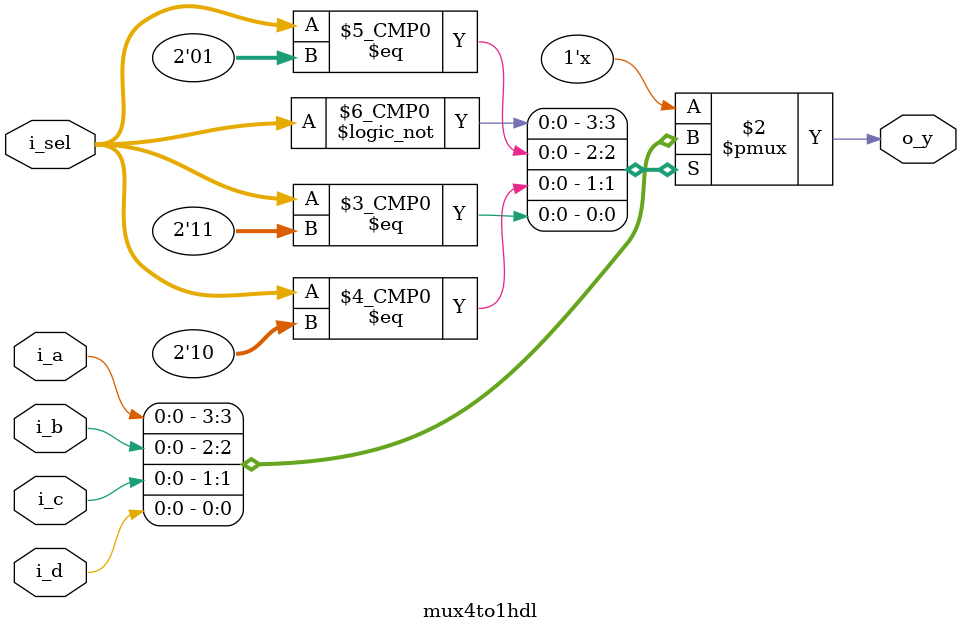
<source format=sv>
/*
 * Project name   :
 * File name      : mux4to1hdl.sv
 * Created date   : Th03 05 2019
 * Author         : Van-Nam DINH 
 * Last modified  : Th03 05 2019 14:21
 * Desc           :
 */

module mux4to1hdl(o_y,i_a,i_b,i_c,i_d,i_sel);
    output          o_y;
    input           i_a;
    input           i_b;
    input           i_c;
    input           i_d;
    input[1:0]      i_sel;
reg o_y;
always @(i_sel or i_a or i_b or i_c or i_d) begin
case(i_sel)
    2'b00: o_y = i_a;
    2'b01: o_y = i_b;
    2'b10: o_y = i_c;
    2'b11: o_y = i_d;
endcase
end
endmodule

</source>
